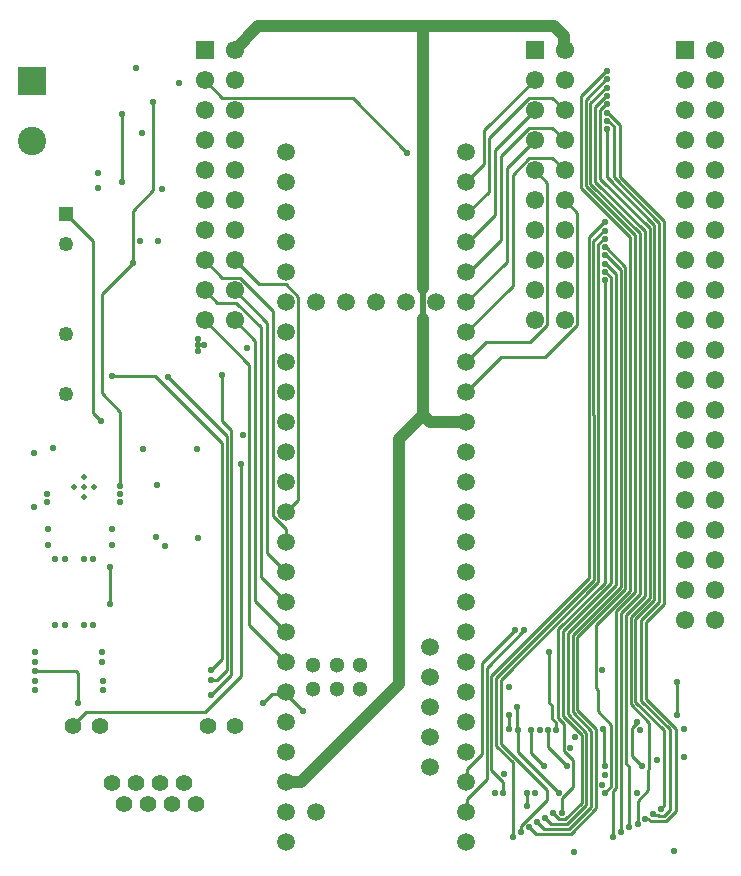
<source format=gbl>
G04*
G04 #@! TF.GenerationSoftware,Altium Limited,Altium Designer,22.10.1 (41)*
G04*
G04 Layer_Physical_Order=4*
G04 Layer_Color=16711680*
%FSLAX44Y44*%
%MOMM*%
G71*
G04*
G04 #@! TF.SameCoordinates,ED3CD574-296F-4DA1-8CEE-BF2CD4CAFD89*
G04*
G04*
G04 #@! TF.FilePolarity,Positive*
G04*
G01*
G75*
%ADD11C,0.2500*%
%ADD50C,1.2500*%
%ADD51R,1.2500X1.2500*%
%ADD59C,1.0000*%
%ADD61C,0.5000*%
%ADD63C,0.2350*%
%ADD64C,2.4000*%
%ADD65R,2.4000X2.4000*%
%ADD66C,1.5500*%
%ADD67R,1.5500X1.5500*%
%ADD68C,1.3000*%
%ADD69C,1.5000*%
%ADD70C,1.4000*%
%ADD71C,0.5500*%
%ADD72C,0.5000*%
D11*
X135000Y572000D02*
Y647000D01*
X118000Y511000D02*
Y555000D01*
X135000Y572000D01*
X91000Y400406D02*
Y484000D01*
X118000Y511000D01*
X91000Y400406D02*
X107000Y384406D01*
Y322000D02*
Y384406D01*
X60957Y551853D02*
X84000Y528811D01*
Y383611D02*
X90611Y377000D01*
X84000Y383611D02*
Y528811D01*
X98000Y222000D02*
Y253000D01*
X69535Y165000D02*
X71000Y163536D01*
X35000Y165000D02*
X69535D01*
X71000Y138000D02*
Y163536D01*
X35000Y165000D02*
X35000Y165000D01*
X235438Y145438D02*
X245638D01*
X247500Y147300D01*
X228000Y138000D02*
X235438Y145438D01*
X184000Y166000D02*
X193000Y175000D01*
Y358000D01*
X136000Y415000D02*
X193000Y358000D01*
X100000Y415000D02*
X136000D01*
X183913Y157597D02*
X188597D01*
X183913Y157527D02*
X184055Y157385D01*
X183913Y157527D02*
Y157597D01*
X188597D02*
X197000Y166000D01*
Y364000D01*
X147000Y414000D02*
X197000Y364000D01*
X184000Y145000D02*
X201000Y162000D01*
Y369000D01*
X193000Y377000D02*
Y416000D01*
Y377000D02*
X201000Y369000D01*
X66660Y118260D02*
Y119660D01*
X77500Y130500D02*
X178500D01*
X66660Y119660D02*
X77500Y130500D01*
X209000Y161000D02*
Y340000D01*
X178500Y130500D02*
X209000Y161000D01*
X178200Y665400D02*
X193100Y650500D01*
X303500D01*
X350000Y604000D01*
X178200Y462200D02*
X216000Y424400D01*
Y204200D02*
X247500Y172700D01*
X216000Y204200D02*
Y424400D01*
X203600Y462200D02*
X221000Y444800D01*
Y224600D02*
X247500Y198100D01*
X221000Y224600D02*
Y444800D01*
X226000Y245000D02*
Y456000D01*
X204944Y477056D02*
X226000Y456000D01*
Y245000D02*
X247500Y223500D01*
X231000Y265400D02*
Y460200D01*
X203600Y487600D02*
X231000Y460200D01*
Y265400D02*
X247500Y248900D01*
X236000Y296705D02*
X247155Y285550D01*
X236000Y296705D02*
Y470050D01*
X207949Y498100D02*
X236000Y470050D01*
X178200Y487600D02*
X188744Y477056D01*
X204944D01*
X193100Y498100D02*
X207949D01*
X178200Y513000D02*
X193100Y498100D01*
X247155Y274646D02*
Y285550D01*
Y274646D02*
X247500Y274300D01*
X203600Y513000D02*
X223950Y492650D01*
X246846D01*
X257750Y481746D01*
Y309950D02*
Y481746D01*
X247500Y299700D02*
X257750Y309950D01*
X247500Y145961D02*
Y147300D01*
Y145961D02*
X261787Y131674D01*
Y130862D02*
Y131674D01*
X466421Y430771D02*
X493500Y457851D01*
X399900Y401300D02*
X429371Y430771D01*
X466421D01*
X472500Y599700D02*
X483000Y589200D01*
X415000Y622800D02*
X457600Y665400D01*
X453721Y443471D02*
X468100Y457851D01*
X399900Y426700D02*
X416671Y443471D01*
X453721D01*
X472500Y625100D02*
X483000Y614600D01*
X434000Y591000D02*
X457600Y614600D01*
X472500Y650500D02*
X483000Y640000D01*
X424000Y606400D02*
X457600Y640000D01*
X493500Y457851D02*
Y553300D01*
X483000Y563800D02*
X493500Y553300D01*
X468100Y457851D02*
Y578700D01*
X457600Y589200D02*
X468100Y578700D01*
X424000Y551000D02*
Y606400D01*
X401300Y528300D02*
X424000Y551000D01*
X399900Y528300D02*
X401300D01*
X453251Y650500D02*
X472500D01*
X419000Y616249D02*
X453251Y650500D01*
X419000Y571000D02*
Y616249D01*
X401700Y553700D02*
X419000Y571000D01*
X399900Y553700D02*
X401700D01*
X434000Y511600D02*
Y591000D01*
X399900Y477500D02*
X434000Y511600D01*
X453251Y625100D02*
X472500D01*
X429000Y600849D02*
X453251Y625100D01*
X429000Y530000D02*
Y600849D01*
X401900Y502900D02*
X429000Y530000D01*
X399900Y502900D02*
X401900D01*
X415000Y594200D02*
Y622800D01*
X399900Y579100D02*
X415000Y594200D01*
X453251Y599700D02*
X472500D01*
X439000Y585449D02*
X453251Y599700D01*
X439000Y491200D02*
Y585449D01*
X399900Y452100D02*
X439000Y491200D01*
X413000Y172000D02*
X441000Y200000D01*
X417000Y168000D02*
X449000Y200000D01*
X399900Y71100D02*
X400246Y71446D01*
Y82350D01*
X413000Y95104D01*
Y172000D01*
X399900Y45700D02*
X400246Y46046D01*
Y56950D01*
X417000Y73704D01*
Y168000D01*
X421000Y81222D02*
X431000Y71222D01*
X421000Y81222D02*
Y160970D01*
X503672Y243642D01*
X425000Y101843D02*
X439000Y87843D01*
X425000Y101843D02*
Y159314D01*
X507672Y241985D01*
X429000Y103500D02*
Y157657D01*
Y103500D02*
X468000Y64500D01*
X429000Y157657D02*
X511672Y240328D01*
X543000Y139000D02*
X567000Y115000D01*
X565000Y48000D02*
Y48812D01*
X567000Y50812D01*
Y115000D01*
X547828Y139828D02*
X572000Y115657D01*
Y47222D02*
Y115657D01*
X567278Y42500D02*
X572000Y47222D01*
X568935Y38500D02*
X577000Y46565D01*
X551828Y141485D02*
X577000Y116314D01*
Y46565D02*
Y116314D01*
X539000Y137000D02*
X554500Y121500D01*
Y82222D02*
Y121500D01*
X554000Y81722D02*
X554500Y82222D01*
X554000Y64222D02*
Y81722D01*
X545000Y55222D02*
X554000Y64222D01*
X578000Y128000D02*
Y156250D01*
X524500Y583157D02*
Y626278D01*
Y583157D02*
X563000Y544657D01*
X519778Y631000D02*
X524500Y626278D01*
X530157Y583157D02*
Y627621D01*
X519778Y638000D02*
X530157Y627621D01*
X519000Y638000D02*
X519778D01*
X530157Y583157D02*
X567000Y546314D01*
X551828Y206946D02*
X567000Y222118D01*
Y546314D01*
X551828Y141485D02*
Y206946D01*
X555722Y38500D02*
X568935D01*
X554796Y39426D02*
X555722Y38500D01*
X551949Y39426D02*
X554796D01*
X551375Y40000D02*
X551949Y39426D01*
X519000Y631000D02*
X519778D01*
X547828Y208603D02*
X563000Y223775D01*
Y544657D01*
X547828Y139828D02*
Y208603D01*
X562722Y42500D02*
X567278D01*
X561796Y43426D02*
X562722Y42500D01*
X558574Y43426D02*
X561796D01*
X558000Y44000D02*
X558574Y43426D01*
X519000Y583000D02*
Y624000D01*
X559000Y225432D02*
Y543000D01*
X519000Y583000D02*
X559000Y543000D01*
X543000Y209432D02*
X559000Y225432D01*
X543000Y139000D02*
Y209432D01*
X513000Y639778D02*
X518222Y645000D01*
X513000Y582000D02*
Y639778D01*
X518222Y645000D02*
X519000D01*
X539000Y211089D02*
X555000Y227089D01*
Y540000D01*
X513000Y582000D02*
X555000Y540000D01*
X539000Y137000D02*
Y211089D01*
X545000Y36000D02*
Y55222D01*
X509000Y642778D02*
X518222Y652000D01*
X509000Y579328D02*
Y642778D01*
Y579328D02*
X551000Y537328D01*
X518222Y652000D02*
X519000D01*
X497000Y574343D02*
X538500Y532843D01*
Y233216D02*
Y532843D01*
X497000Y574343D02*
Y651778D01*
X505000Y577657D02*
X547000Y535657D01*
X505000Y577657D02*
Y645778D01*
X518222Y659000D01*
X501000Y576000D02*
X543000Y534000D01*
X501000Y648778D02*
X518222Y666000D01*
X501000Y576000D02*
Y648778D01*
X497000Y651778D02*
X518222Y673000D01*
X551000Y228745D02*
Y537328D01*
X535000Y212745D02*
X551000Y228745D01*
X535000Y87000D02*
Y212745D01*
X540000Y93500D02*
Y117188D01*
X544000Y121188D01*
Y122000D01*
X535000Y87000D02*
X538000Y84000D01*
Y33000D02*
Y84000D01*
X518222Y659000D02*
X519000D01*
X547000Y230402D02*
Y535657D01*
X531000Y29000D02*
Y214402D01*
X547000Y230402D01*
X518222Y666000D02*
X519000D01*
X527000Y216059D02*
X543000Y232059D01*
X527000Y66343D02*
Y216059D01*
X543000Y232059D02*
Y534000D01*
X524000Y63343D02*
X527000Y66343D01*
X524000Y25000D02*
Y63343D01*
X518222Y673000D02*
X519000D01*
X509500Y204216D02*
X538500Y233216D01*
X509500Y150389D02*
Y204216D01*
Y150389D02*
X511000Y148889D01*
Y131000D02*
Y148889D01*
Y131000D02*
X522500Y119500D01*
Y67500D02*
Y119500D01*
X517000Y62000D02*
X522500Y67500D01*
X516000Y116400D02*
X516500Y115900D01*
Y85000D02*
X517000Y84500D01*
X516500Y85000D02*
Y115900D01*
X493778Y131971D02*
X509500Y116249D01*
Y48751D02*
Y116249D01*
X488249Y27500D02*
X509500Y48751D01*
X540000Y93500D02*
X549000Y84500D01*
X470250Y138456D02*
Y180861D01*
Y138456D02*
X472440Y136266D01*
X475965Y115035D02*
X476000Y115000D01*
X475965Y115035D02*
Y121500D01*
X472440Y125024D02*
X475965Y121500D01*
X472440Y125024D02*
Y136266D01*
X477778Y200778D02*
X517000Y240000D01*
X482500Y97722D02*
X490500Y89722D01*
X482500Y97722D02*
Y120621D01*
X477778Y125343D02*
X482500Y120621D01*
X477778Y125343D02*
Y200778D01*
X443139Y115639D02*
Y134861D01*
X443000Y135000D02*
X443139Y134861D01*
Y115639D02*
X443278Y115500D01*
Y96722D02*
Y115500D01*
Y96722D02*
X478000Y62000D01*
X503500Y265172D02*
X503672Y265000D01*
X503500Y265172D02*
Y532278D01*
X516222Y545000D01*
X517000D01*
X503672Y243642D02*
Y265000D01*
X431000Y62000D02*
Y71222D01*
X507672Y241985D02*
Y381561D01*
X507500Y381732D02*
Y529278D01*
X516222Y538000D01*
X507500Y381732D02*
X507672Y381561D01*
X516222Y538000D02*
X517000D01*
X439000Y25000D02*
Y87843D01*
X446000Y29000D02*
Y34000D01*
X468000Y56000D02*
Y64500D01*
X446000Y34000D02*
X468000Y56000D01*
X511672Y240328D02*
Y383218D01*
X511500Y383389D02*
Y526278D01*
X516222Y531000D01*
X511500Y383389D02*
X511672Y383218D01*
X516222Y531000D02*
X517000D01*
X517778Y524000D02*
X534500Y507278D01*
X493778Y194151D02*
X534500Y234873D01*
X517000Y524000D02*
X517778D01*
X534500Y234873D02*
Y507278D01*
X493778Y131971D02*
Y194151D01*
X458500Y27500D02*
X488249D01*
X453000Y33000D02*
X458500Y27500D01*
X530500Y236530D02*
Y504278D01*
X517778Y517000D02*
X530500Y504278D01*
X517000Y517000D02*
X517778D01*
X489778Y195808D02*
X530500Y236530D01*
X489778Y130314D02*
Y195808D01*
X505500Y50408D02*
Y114592D01*
X489778Y130314D02*
X505500Y114592D01*
X460000Y37000D02*
X465500Y31500D01*
X486592D01*
X505500Y50408D01*
X517778Y510000D02*
X526500Y501278D01*
X485778Y197465D02*
X526500Y238186D01*
X517000Y510000D02*
X517778D01*
X526500Y238186D02*
Y501278D01*
X485778Y128657D02*
Y197465D01*
Y128657D02*
X501500Y112935D01*
Y52065D02*
Y112935D01*
X484935Y35500D02*
X501500Y52065D01*
X471886Y35500D02*
X484935D01*
X466387Y41000D02*
X471886Y35500D01*
X517778Y503000D02*
X522500Y498278D01*
Y239843D02*
Y498278D01*
X481778Y199121D02*
X522500Y239843D01*
X517000Y503000D02*
X517778D01*
X481778Y127000D02*
Y199121D01*
Y127000D02*
X497500Y111278D01*
Y53722D02*
Y111278D01*
X483278Y39500D02*
X497500Y53722D01*
X478500Y39500D02*
X483278D01*
X473000Y45000D02*
X478500Y39500D01*
X517000Y240000D02*
Y496000D01*
X490500Y66722D02*
Y89722D01*
X481000Y57222D02*
X490500Y66722D01*
X481000Y45000D02*
Y57222D01*
X451000Y51000D02*
Y62000D01*
X436000Y116000D02*
Y128000D01*
X469000Y100500D02*
Y115000D01*
Y100500D02*
X485000Y84500D01*
X455000Y95500D02*
X466000Y84500D01*
X455000Y95500D02*
Y115000D01*
D50*
X60957Y399453D02*
D03*
Y450253D02*
D03*
Y526453D02*
D03*
D51*
Y551853D02*
D03*
D59*
X247500Y71100D02*
X260100D01*
X342832Y153832D01*
Y361590D01*
X363000Y381758D01*
X368858Y375900D01*
X399900D01*
X363000Y381758D02*
Y463000D01*
X482513Y691287D02*
X483000Y690800D01*
X363000Y711000D02*
X474000D01*
X482513Y691287D02*
Y702487D01*
X474000Y711000D02*
X482513Y702487D01*
X363000Y489000D02*
Y711000D01*
X223800D02*
X363000D01*
X203600Y690800D02*
X223800Y711000D01*
D61*
X363000Y463000D02*
Y489000D01*
D63*
X108000Y579000D02*
Y637000D01*
D64*
X32000Y613600D02*
D03*
D65*
Y664400D02*
D03*
D66*
X483000Y690800D02*
D03*
Y665400D02*
D03*
Y640000D02*
D03*
Y614600D02*
D03*
Y589200D02*
D03*
Y563800D02*
D03*
Y538400D02*
D03*
Y513000D02*
D03*
Y487600D02*
D03*
Y462200D02*
D03*
X457600Y665400D02*
D03*
Y640000D02*
D03*
Y614600D02*
D03*
Y589200D02*
D03*
Y563800D02*
D03*
Y538400D02*
D03*
Y513000D02*
D03*
Y487600D02*
D03*
Y462200D02*
D03*
X178200D02*
D03*
Y487600D02*
D03*
Y513000D02*
D03*
Y538400D02*
D03*
Y563800D02*
D03*
Y589200D02*
D03*
Y614600D02*
D03*
Y640000D02*
D03*
Y665400D02*
D03*
X203600Y462200D02*
D03*
Y487600D02*
D03*
Y513000D02*
D03*
Y538400D02*
D03*
Y563800D02*
D03*
Y589200D02*
D03*
Y614600D02*
D03*
Y640000D02*
D03*
Y665400D02*
D03*
Y690800D02*
D03*
X610000D02*
D03*
Y665400D02*
D03*
Y640000D02*
D03*
Y614600D02*
D03*
Y589200D02*
D03*
Y563800D02*
D03*
Y538400D02*
D03*
Y513000D02*
D03*
Y487600D02*
D03*
Y462200D02*
D03*
Y436800D02*
D03*
Y411400D02*
D03*
Y386000D02*
D03*
Y360600D02*
D03*
Y335200D02*
D03*
Y309800D02*
D03*
Y284400D02*
D03*
Y259000D02*
D03*
Y233600D02*
D03*
Y208200D02*
D03*
X584600Y665400D02*
D03*
Y640000D02*
D03*
Y614600D02*
D03*
Y589200D02*
D03*
Y563800D02*
D03*
Y538400D02*
D03*
Y513000D02*
D03*
Y487600D02*
D03*
Y462200D02*
D03*
Y436800D02*
D03*
Y411400D02*
D03*
Y386000D02*
D03*
Y360600D02*
D03*
Y335200D02*
D03*
Y309800D02*
D03*
Y284400D02*
D03*
Y259000D02*
D03*
Y233600D02*
D03*
Y208200D02*
D03*
D67*
X457600Y690800D02*
D03*
X178200D02*
D03*
X584600D02*
D03*
D68*
X270000Y170000D02*
D03*
Y150000D02*
D03*
X290000Y170000D02*
D03*
Y150000D02*
D03*
X310000Y170000D02*
D03*
Y150000D02*
D03*
D69*
X272900Y45700D02*
D03*
X369400Y185400D02*
D03*
Y160000D02*
D03*
Y134600D02*
D03*
Y109200D02*
D03*
Y83800D02*
D03*
X272900Y477500D02*
D03*
X298300D02*
D03*
X323700D02*
D03*
X349100D02*
D03*
X374500D02*
D03*
X247500Y20300D02*
D03*
Y45700D02*
D03*
Y71100D02*
D03*
Y96500D02*
D03*
Y121900D02*
D03*
Y147300D02*
D03*
Y172700D02*
D03*
Y198100D02*
D03*
Y223500D02*
D03*
Y248900D02*
D03*
Y274300D02*
D03*
Y299700D02*
D03*
Y325100D02*
D03*
Y350500D02*
D03*
Y375900D02*
D03*
Y401300D02*
D03*
Y426700D02*
D03*
Y452100D02*
D03*
Y477500D02*
D03*
Y502900D02*
D03*
Y528300D02*
D03*
Y553700D02*
D03*
Y579100D02*
D03*
Y604500D02*
D03*
X399900D02*
D03*
Y579100D02*
D03*
Y553700D02*
D03*
Y528300D02*
D03*
Y502900D02*
D03*
Y477500D02*
D03*
Y452100D02*
D03*
Y426700D02*
D03*
Y401300D02*
D03*
Y375900D02*
D03*
Y350500D02*
D03*
Y325100D02*
D03*
Y299700D02*
D03*
Y274300D02*
D03*
Y248900D02*
D03*
Y223500D02*
D03*
Y198100D02*
D03*
Y172700D02*
D03*
Y147300D02*
D03*
Y121900D02*
D03*
Y96500D02*
D03*
Y71100D02*
D03*
Y45700D02*
D03*
Y20300D02*
D03*
D70*
X66660Y118260D02*
D03*
X89520D02*
D03*
X180960D02*
D03*
X203820D02*
D03*
X99680Y70000D02*
D03*
X109840Y52220D02*
D03*
X120000Y70000D02*
D03*
X130160Y52220D02*
D03*
X140320Y70000D02*
D03*
X150480Y52220D02*
D03*
X160640Y70000D02*
D03*
X170800Y52220D02*
D03*
D71*
X173000Y436000D02*
D03*
Y446000D02*
D03*
X178000Y441000D02*
D03*
X173000Y278000D02*
D03*
X145000Y271000D02*
D03*
X584000Y116000D02*
D03*
Y92000D02*
D03*
X576000Y13000D02*
D03*
X491000Y12000D02*
D03*
X424000Y62000D02*
D03*
X120000Y676000D02*
D03*
X135000Y647000D02*
D03*
X118000Y511000D02*
D03*
X107000Y322000D02*
D03*
X90611Y377000D02*
D03*
X108000Y637000D02*
D03*
Y579000D02*
D03*
X157000Y663000D02*
D03*
X125000Y621000D02*
D03*
X142000Y573000D02*
D03*
X87982Y574286D02*
D03*
X88000Y587000D02*
D03*
X124000Y529000D02*
D03*
X139000D02*
D03*
X214000Y439000D02*
D03*
X173000Y441000D02*
D03*
X210500Y364813D02*
D03*
X172000Y353000D02*
D03*
X126000D02*
D03*
X107000Y308000D02*
D03*
Y315000D02*
D03*
X45000Y308000D02*
D03*
Y315000D02*
D03*
X50000Y354000D02*
D03*
X34000Y350000D02*
D03*
Y304000D02*
D03*
X46000Y285000D02*
D03*
Y272000D02*
D03*
X100000D02*
D03*
Y285000D02*
D03*
X138000Y323000D02*
D03*
X137000Y279000D02*
D03*
X98000Y222000D02*
D03*
Y253000D02*
D03*
X84000Y260000D02*
D03*
X76000D02*
D03*
X60000D02*
D03*
X52000D02*
D03*
X84000Y204000D02*
D03*
X76000D02*
D03*
X60000D02*
D03*
X52000D02*
D03*
X71000Y138000D02*
D03*
X35000Y165000D02*
D03*
X91117Y180830D02*
D03*
X91000Y173000D02*
D03*
X35000Y181000D02*
D03*
Y173000D02*
D03*
Y149000D02*
D03*
Y157000D02*
D03*
X92000D02*
D03*
X92141Y148871D02*
D03*
X228000Y138000D02*
D03*
X184000Y166000D02*
D03*
X100000Y415000D02*
D03*
X184055Y157385D02*
D03*
X147000Y414000D02*
D03*
X184000Y145000D02*
D03*
X193000Y416000D02*
D03*
X209000Y340000D02*
D03*
X350000Y604000D02*
D03*
X261787Y130862D02*
D03*
X441000Y200000D02*
D03*
X449000D02*
D03*
X561000Y90000D02*
D03*
X578000Y128000D02*
D03*
X544000Y122000D02*
D03*
X517000Y62000D02*
D03*
X515000Y166000D02*
D03*
X516000Y116400D02*
D03*
X517000Y84500D02*
D03*
X515000Y69000D02*
D03*
X549000Y84500D02*
D03*
X544000Y62000D02*
D03*
X578000Y156250D02*
D03*
X470250Y180861D02*
D03*
X476000Y115000D02*
D03*
X436000Y152000D02*
D03*
X443000Y135000D02*
D03*
X431000Y62000D02*
D03*
X547000Y115000D02*
D03*
X481000Y45000D02*
D03*
X451000Y51000D02*
D03*
X517000Y77000D02*
D03*
X492000Y109000D02*
D03*
X488000Y100000D02*
D03*
X436000Y128000D02*
D03*
X451000Y62000D02*
D03*
X443278Y115500D02*
D03*
X485000Y84500D02*
D03*
X455000Y115000D02*
D03*
X469000D02*
D03*
X462000D02*
D03*
X478000Y62000D02*
D03*
X466000Y84500D02*
D03*
X458000Y62000D02*
D03*
X565000Y48000D02*
D03*
X558000Y44000D02*
D03*
X551375Y40000D02*
D03*
X545000Y36000D02*
D03*
X538000Y33000D02*
D03*
X531000Y29000D02*
D03*
X473000Y45000D02*
D03*
X466387Y41000D02*
D03*
X453000Y33000D02*
D03*
X446000Y29000D02*
D03*
X460000Y37000D02*
D03*
X436000Y116000D02*
D03*
X432000Y78000D02*
D03*
X439000Y25000D02*
D03*
X524000D02*
D03*
X519000Y673000D02*
D03*
X517000Y510000D02*
D03*
X519000Y638000D02*
D03*
Y652000D02*
D03*
Y659000D02*
D03*
Y645000D02*
D03*
Y666000D02*
D03*
Y631000D02*
D03*
X517000Y524000D02*
D03*
Y538000D02*
D03*
Y517000D02*
D03*
Y531000D02*
D03*
Y545000D02*
D03*
X519000Y624000D02*
D03*
X517000Y503000D02*
D03*
Y496000D02*
D03*
D72*
X67543Y321250D02*
D03*
X76042D02*
D03*
X84543D02*
D03*
X76042Y329750D02*
D03*
Y312750D02*
D03*
M02*

</source>
